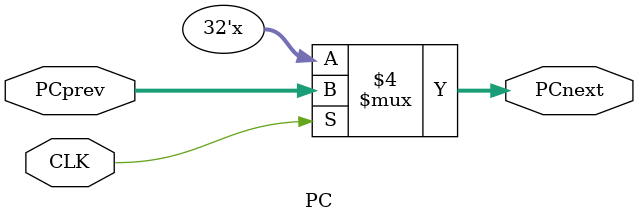
<source format=v>
`timescale 1ns / 1ps
module PC(
    output reg[31:0] PCnext,
    input [31:0] PCprev,
	 input CLK
    );
	 
	/* Inicio de la maquina */
	initial begin
		PCnext = 32'b0;
	end
	 
	/* En el flanco de subida */
	always @ (CLK) begin
		if (CLK)
			PCnext = PCprev;
	end
	
endmodule

</source>
